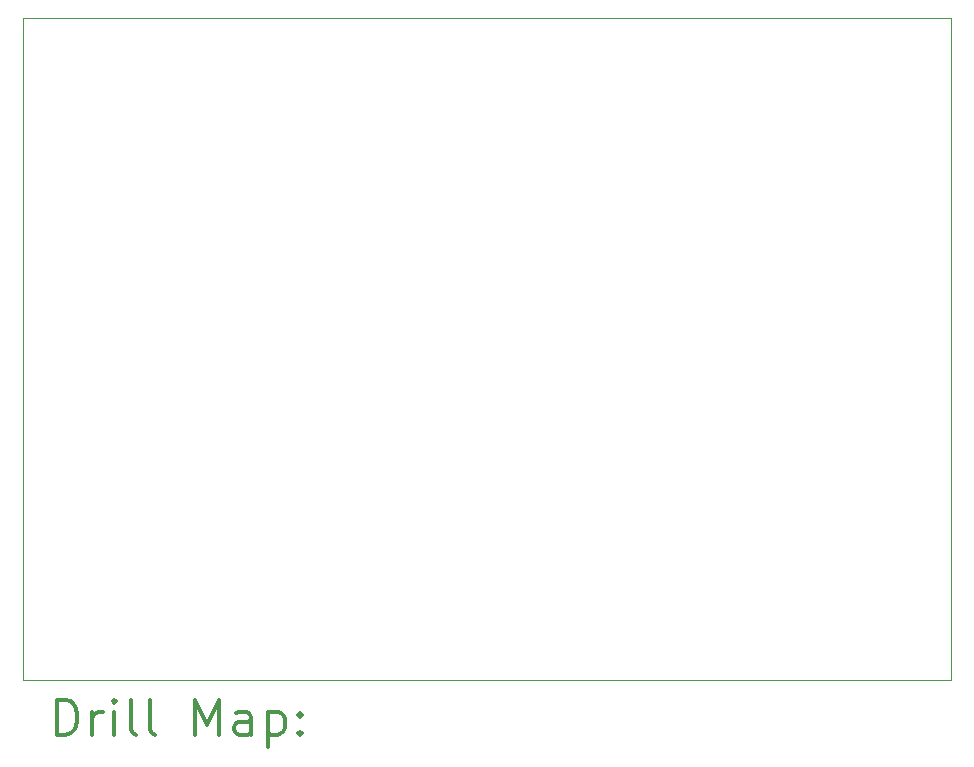
<source format=gbr>
%FSLAX45Y45*%
G04 Gerber Fmt 4.5, Leading zero omitted, Abs format (unit mm)*
G04 Created by KiCad (PCBNEW (5.1.4)-1) date 2021-06-03 13:55:01*
%MOMM*%
%LPD*%
G04 APERTURE LIST*
%ADD10C,0.050000*%
%ADD11C,0.200000*%
%ADD12C,0.300000*%
G04 APERTURE END LIST*
D10*
X17100000Y-2950000D02*
X9250000Y-2950000D01*
X17100000Y-8550000D02*
X17100000Y-2950000D01*
X9250000Y-8550000D02*
X17100000Y-8550000D01*
X9250000Y-2950000D02*
X9250000Y-8550000D01*
D11*
D12*
X9533928Y-9018214D02*
X9533928Y-8718214D01*
X9605357Y-8718214D01*
X9648214Y-8732500D01*
X9676786Y-8761072D01*
X9691071Y-8789643D01*
X9705357Y-8846786D01*
X9705357Y-8889643D01*
X9691071Y-8946786D01*
X9676786Y-8975357D01*
X9648214Y-9003929D01*
X9605357Y-9018214D01*
X9533928Y-9018214D01*
X9833928Y-9018214D02*
X9833928Y-8818214D01*
X9833928Y-8875357D02*
X9848214Y-8846786D01*
X9862500Y-8832500D01*
X9891071Y-8818214D01*
X9919643Y-8818214D01*
X10019643Y-9018214D02*
X10019643Y-8818214D01*
X10019643Y-8718214D02*
X10005357Y-8732500D01*
X10019643Y-8746786D01*
X10033928Y-8732500D01*
X10019643Y-8718214D01*
X10019643Y-8746786D01*
X10205357Y-9018214D02*
X10176786Y-9003929D01*
X10162500Y-8975357D01*
X10162500Y-8718214D01*
X10362500Y-9018214D02*
X10333928Y-9003929D01*
X10319643Y-8975357D01*
X10319643Y-8718214D01*
X10705357Y-9018214D02*
X10705357Y-8718214D01*
X10805357Y-8932500D01*
X10905357Y-8718214D01*
X10905357Y-9018214D01*
X11176786Y-9018214D02*
X11176786Y-8861072D01*
X11162500Y-8832500D01*
X11133928Y-8818214D01*
X11076786Y-8818214D01*
X11048214Y-8832500D01*
X11176786Y-9003929D02*
X11148214Y-9018214D01*
X11076786Y-9018214D01*
X11048214Y-9003929D01*
X11033928Y-8975357D01*
X11033928Y-8946786D01*
X11048214Y-8918214D01*
X11076786Y-8903929D01*
X11148214Y-8903929D01*
X11176786Y-8889643D01*
X11319643Y-8818214D02*
X11319643Y-9118214D01*
X11319643Y-8832500D02*
X11348214Y-8818214D01*
X11405357Y-8818214D01*
X11433928Y-8832500D01*
X11448214Y-8846786D01*
X11462500Y-8875357D01*
X11462500Y-8961072D01*
X11448214Y-8989643D01*
X11433928Y-9003929D01*
X11405357Y-9018214D01*
X11348214Y-9018214D01*
X11319643Y-9003929D01*
X11591071Y-8989643D02*
X11605357Y-9003929D01*
X11591071Y-9018214D01*
X11576786Y-9003929D01*
X11591071Y-8989643D01*
X11591071Y-9018214D01*
X11591071Y-8832500D02*
X11605357Y-8846786D01*
X11591071Y-8861072D01*
X11576786Y-8846786D01*
X11591071Y-8832500D01*
X11591071Y-8861072D01*
M02*

</source>
